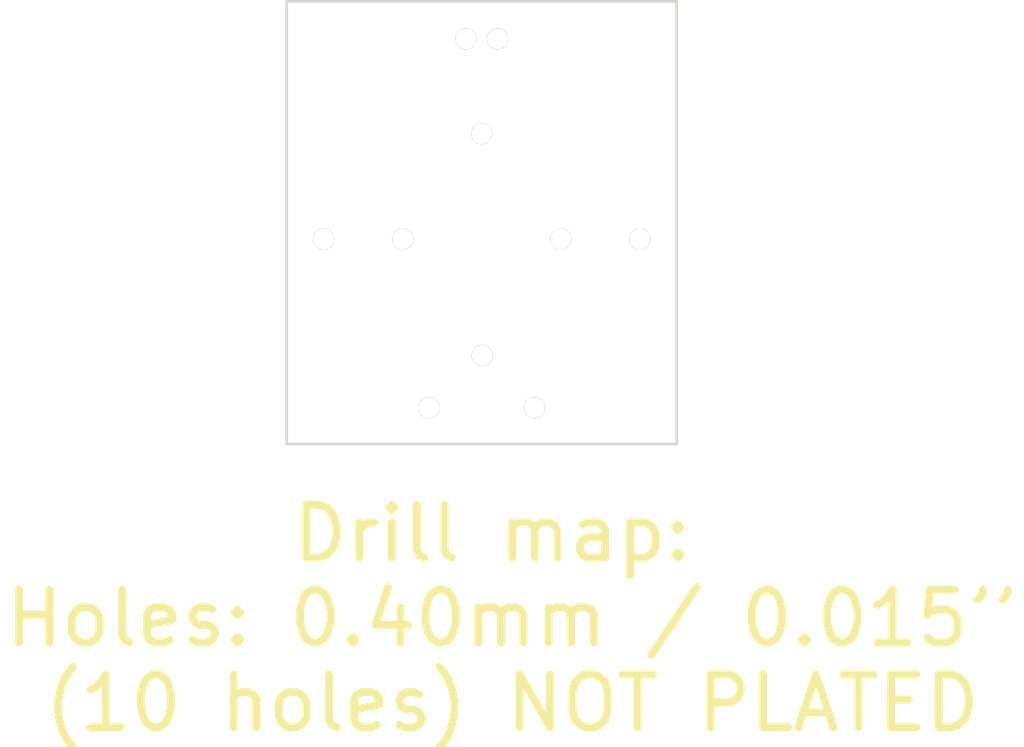
<source format=kicad_pcb>
(kicad_pcb (version 20171130) (host pcbnew "(5.1.5-0-10_14)")

  (general
    (thickness 1.6)
    (drawings 5)
    (tracks 0)
    (zones 0)
    (modules 10)
    (nets 1)
  )

  (page A4)
  (layers
    (0 F.Cu signal hide)
    (31 B.Cu signal hide)
    (32 B.Adhes user hide)
    (33 F.Adhes user hide)
    (34 B.Paste user hide)
    (35 F.Paste user hide)
    (36 B.SilkS user hide)
    (37 F.SilkS user)
    (38 B.Mask user)
    (39 F.Mask user hide)
    (40 Dwgs.User user hide)
    (41 Cmts.User user hide)
    (42 Eco1.User user hide)
    (43 Eco2.User user hide)
    (44 Edge.Cuts user)
    (45 Margin user hide)
    (46 B.CrtYd user hide)
    (47 F.CrtYd user hide)
  )

  (setup
    (last_trace_width 0.25)
    (trace_clearance 0.2)
    (zone_clearance 0.508)
    (zone_45_only no)
    (trace_min 0.2)
    (via_size 0.8)
    (via_drill 0.4)
    (via_min_size 0.4)
    (via_min_drill 0.3)
    (uvia_size 0.3)
    (uvia_drill 0.1)
    (uvias_allowed no)
    (uvia_min_size 0.2)
    (uvia_min_drill 0.1)
    (edge_width 0.05)
    (segment_width 0.2)
    (pcb_text_width 0.3)
    (pcb_text_size 1.5 1.5)
    (mod_edge_width 0.12)
    (mod_text_size 1 1)
    (mod_text_width 0.15)
    (pad_size 0.4 0.4)
    (pad_drill 0.4)
    (pad_to_mask_clearance 0.051)
    (solder_mask_min_width 0.25)
    (aux_axis_origin 0 0)
    (visible_elements FFFFFF7F)
    (pcbplotparams
      (layerselection 0x01060_7ffffffe)
      (usegerberextensions false)
      (usegerberattributes false)
      (usegerberadvancedattributes false)
      (creategerberjobfile false)
      (excludeedgelayer true)
      (linewidth 0.100000)
      (plotframeref true)
      (viasonmask false)
      (mode 1)
      (useauxorigin false)
      (hpglpennumber 1)
      (hpglpenspeed 20)
      (hpglpendiameter 15.000000)
      (psnegative false)
      (psa4output false)
      (plotreference true)
      (plotvalue true)
      (plotinvisibletext true)
      (padsonsilk true)
      (subtractmaskfromsilk false)
      (outputformat 4)
      (mirror false)
      (drillshape 0)
      (scaleselection 1)
      (outputdirectory "./"))
  )

  (net 0 "")

  (net_class Default "This is the default net class."
    (clearance 0.2)
    (trace_width 0.25)
    (via_dia 0.8)
    (via_drill 0.4)
    (uvia_dia 0.3)
    (uvia_drill 0.1)
  )

  (module NNClib:1pad (layer F.Cu) (tedit 5DEC3FE5) (tstamp 5DEC400C)
    (at 132.58 98.05)
    (descr "module 1 pin (ou trou mecanique de percage)")
    (tags DEV)
    (fp_text reference REF** (at 0 -3.048) (layer F.SilkS) hide
      (effects (font (size 1 1) (thickness 0.15)))
    )
    (fp_text value 1pin (at 0 2.794) (layer F.Fab) hide
      (effects (font (size 1 1) (thickness 0.15)))
    )
    (pad 1 thru_hole circle (at 0 0) (size 0.4 0.4) (drill 0.4) (layers *.Cu *.Mask))
  )

  (module NNClib:1pad (layer F.Cu) (tedit 5DEC3FE5) (tstamp 5DEC400C)
    (at 130.58 98.05)
    (descr "module 1 pin (ou trou mecanique de percage)")
    (tags DEV)
    (fp_text reference REF** (at 0 -3.048) (layer F.SilkS) hide
      (effects (font (size 1 1) (thickness 0.15)))
    )
    (fp_text value 1pin (at 0 2.794) (layer F.Fab) hide
      (effects (font (size 1 1) (thickness 0.15)))
    )
    (pad 1 thru_hole circle (at 0 0) (size 0.4 0.4) (drill 0.4) (layers *.Cu *.Mask))
  )

  (module NNClib:1pad (layer F.Cu) (tedit 5DEC3FE5) (tstamp 5DEC400C)
    (at 131.59 97.06)
    (descr "module 1 pin (ou trou mecanique de percage)")
    (tags DEV)
    (fp_text reference REF** (at 0 -3.048) (layer F.SilkS) hide
      (effects (font (size 1 1) (thickness 0.15)))
    )
    (fp_text value 1pin (at 0 2.794) (layer F.Fab) hide
      (effects (font (size 1 1) (thickness 0.15)))
    )
    (pad 1 thru_hole circle (at 0 0) (size 0.4 0.4) (drill 0.4) (layers *.Cu *.Mask))
  )

  (module NNClib:1pad (layer F.Cu) (tedit 5DEC3FE5) (tstamp 5DEC400C)
    (at 134.58 94.85)
    (descr "module 1 pin (ou trou mecanique de percage)")
    (tags DEV)
    (fp_text reference REF** (at 0 -3.048) (layer F.SilkS) hide
      (effects (font (size 1 1) (thickness 0.15)))
    )
    (fp_text value 1pin (at 0 2.794) (layer F.Fab) hide
      (effects (font (size 1 1) (thickness 0.15)))
    )
    (pad 1 thru_hole circle (at 0 0) (size 0.4 0.4) (drill 0.4) (layers *.Cu *.Mask))
  )

  (module NNClib:1pad (layer F.Cu) (tedit 5DEC3FE5) (tstamp 5DEC400C)
    (at 133.08 94.85)
    (descr "module 1 pin (ou trou mecanique de percage)")
    (tags DEV)
    (fp_text reference REF** (at 0 -3.048) (layer F.SilkS) hide
      (effects (font (size 1 1) (thickness 0.15)))
    )
    (fp_text value 1pin (at 0 2.794) (layer F.Fab) hide
      (effects (font (size 1 1) (thickness 0.15)))
    )
    (pad 1 thru_hole circle (at 0 0) (size 0.4 0.4) (drill 0.4) (layers *.Cu *.Mask))
  )

  (module NNClib:1pad (layer F.Cu) (tedit 5DEC3FE5) (tstamp 5DEC400C)
    (at 130.08 94.85)
    (descr "module 1 pin (ou trou mecanique de percage)")
    (tags DEV)
    (fp_text reference REF** (at 0 -3.048) (layer F.SilkS) hide
      (effects (font (size 1 1) (thickness 0.15)))
    )
    (fp_text value 1pin (at 0 2.794) (layer F.Fab) hide
      (effects (font (size 1 1) (thickness 0.15)))
    )
    (pad 1 thru_hole circle (at 0 0) (size 0.4 0.4) (drill 0.4) (layers *.Cu *.Mask))
  )

  (module NNClib:1pad (layer F.Cu) (tedit 5DEC3FE5) (tstamp 5DEC400C)
    (at 128.58 94.85)
    (descr "module 1 pin (ou trou mecanique de percage)")
    (tags DEV)
    (fp_text reference REF** (at 0 -3.048) (layer F.SilkS) hide
      (effects (font (size 1 1) (thickness 0.15)))
    )
    (fp_text value 1pin (at 0 2.794) (layer F.Fab) hide
      (effects (font (size 1 1) (thickness 0.15)))
    )
    (pad 1 thru_hole circle (at 0 0) (size 0.4 0.4) (drill 0.4) (layers *.Cu *.Mask))
  )

  (module NNClib:1pad (layer F.Cu) (tedit 5DEC3FE5) (tstamp 5DEC400C)
    (at 131.58 92.85)
    (descr "module 1 pin (ou trou mecanique de percage)")
    (tags DEV)
    (fp_text reference REF** (at 0 -3.048) (layer F.SilkS) hide
      (effects (font (size 1 1) (thickness 0.15)))
    )
    (fp_text value 1pin (at 0 2.794) (layer F.Fab) hide
      (effects (font (size 1 1) (thickness 0.15)))
    )
    (pad 1 thru_hole circle (at 0 0) (size 0.4 0.4) (drill 0.4) (layers *.Cu *.Mask))
  )

  (module NNClib:1pad (layer F.Cu) (tedit 5DEC3FE5) (tstamp 5DEC400C)
    (at 131.28 91.05)
    (descr "module 1 pin (ou trou mecanique de percage)")
    (tags DEV)
    (fp_text reference REF** (at 0 -3.048) (layer F.SilkS) hide
      (effects (font (size 1 1) (thickness 0.15)))
    )
    (fp_text value 1pin (at 0 2.794) (layer F.Fab) hide
      (effects (font (size 1 1) (thickness 0.15)))
    )
    (pad 1 thru_hole circle (at 0 0) (size 0.4 0.4) (drill 0.4) (layers *.Cu *.Mask))
  )

  (module NNClib:1pad (layer F.Cu) (tedit 5DEC3FE5) (tstamp 5DEC3FB1)
    (at 131.88 91.05)
    (descr "module 1 pin (ou trou mecanique de percage)")
    (tags DEV)
    (fp_text reference REF** (at 0 -3.048) (layer F.SilkS) hide
      (effects (font (size 1 1) (thickness 0.15)))
    )
    (fp_text value 1pin (at 0 2.794) (layer F.Fab) hide
      (effects (font (size 1 1) (thickness 0.15)))
    )
    (pad 1 thru_hole circle (at 0 0) (size 0.4 0.4) (drill 0.4) (layers *.Cu *.Mask))
  )

  (gr_text "Drill map: \nHoles: 0.40mm / 0.015’’\n(10 holes) NOT PLATED" (at 132.16 102.05) (layer F.SilkS)
    (effects (font (size 1 1) (thickness 0.15)))
  )
  (gr_line (start 135.28 90.34) (end 127.88 90.34) (layer Edge.Cuts) (width 0.05) (tstamp 5DEC0534))
  (gr_line (start 127.88 98.74) (end 135.28 98.74) (layer Edge.Cuts) (width 0.05) (tstamp 5DEC0531))
  (gr_line (start 135.28 98.74) (end 135.28 90.34) (layer Edge.Cuts) (width 0.05) (tstamp 5DEC0530))
  (gr_line (start 127.88 90.34) (end 127.88 98.74) (layer Edge.Cuts) (width 0.05) (tstamp 5DEC0529))

)

</source>
